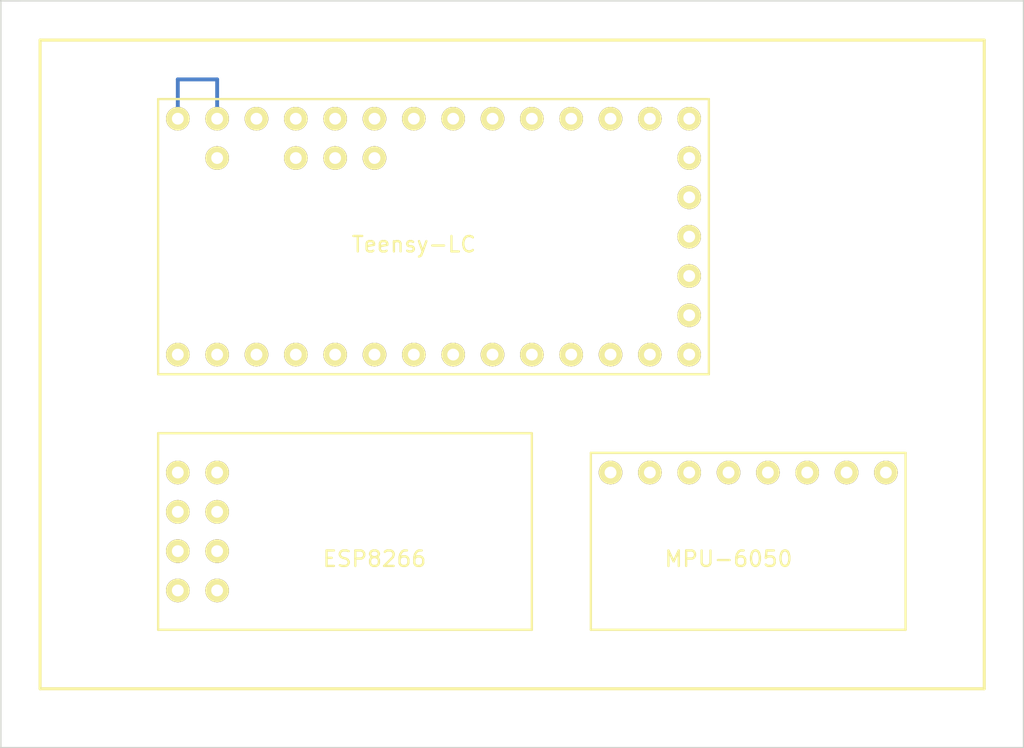
<source format=kicad_pcb>
(kicad_pcb (version 4) (host pcbnew 0.201503190816+5525~22~ubuntu14.10.1-product)

  (general
    (links 0)
    (no_connects 0)
    (area 25.349999 35.509999 91.490001 83.870001)
    (thickness 1.6)
    (drawings 9)
    (tracks 3)
    (zones 0)
    (modules 3)
    (nets 1)
  )

  (page A4)
  (layers
    (0 F.Cu signal)
    (31 B.Cu signal)
    (32 B.Adhes user)
    (33 F.Adhes user)
    (34 B.Paste user)
    (35 F.Paste user)
    (36 B.SilkS user)
    (37 F.SilkS user)
    (38 B.Mask user)
    (39 F.Mask user)
    (40 Dwgs.User user)
    (41 Cmts.User user)
    (42 Eco1.User user)
    (43 Eco2.User user)
    (44 Edge.Cuts user)
    (45 Margin user)
    (46 B.CrtYd user)
    (47 F.CrtYd user)
    (48 B.Fab user)
    (49 F.Fab user)
  )

  (setup
    (last_trace_width 0.25)
    (trace_clearance 0.2)
    (zone_clearance 0.508)
    (zone_45_only no)
    (trace_min 0.2)
    (segment_width 0.2)
    (edge_width 0.1)
    (via_size 0.6)
    (via_drill 0.4)
    (via_min_size 0.4)
    (via_min_drill 0.3)
    (uvia_size 0.3)
    (uvia_drill 0.1)
    (uvias_allowed no)
    (uvia_min_size 0.2)
    (uvia_min_drill 0.1)
    (pcb_text_width 0.3)
    (pcb_text_size 1.5 1.5)
    (mod_edge_width 0.15)
    (mod_text_size 1 1)
    (mod_text_width 0.15)
    (pad_size 1.5 1.5)
    (pad_drill 0.6)
    (pad_to_mask_clearance 0)
    (aux_axis_origin 0 0)
    (visible_elements FFFFFF7F)
    (pcbplotparams
      (layerselection 0x010f0_80000001)
      (usegerberextensions true)
      (excludeedgelayer true)
      (linewidth 0.100000)
      (plotframeref false)
      (viasonmask false)
      (mode 1)
      (useauxorigin false)
      (hpglpennumber 1)
      (hpglpenspeed 20)
      (hpglpendiameter 15)
      (hpglpenoverlay 2)
      (psnegative false)
      (psa4output false)
      (plotreference true)
      (plotvalue true)
      (plotinvisibletext false)
      (padsonsilk false)
      (subtractmaskfromsilk false)
      (outputformat 1)
      (mirror false)
      (drillshape 0)
      (scaleselection 1)
      (outputdirectory /tmp/w))
  )

  (net 0 "")

  (net_class Default "This is the default net class."
    (clearance 0.2)
    (trace_width 0.25)
    (via_dia 0.6)
    (via_drill 0.4)
    (uvia_dia 0.3)
    (uvia_drill 0.1)
  )

  (module modules:ESP8266 (layer F.Cu) (tedit 550D4815) (tstamp 550B9FE4)
    (at 49.53 71.12)
    (fp_text reference ESP8266 (at 0 0.5) (layer F.SilkS)
      (effects (font (size 1 1) (thickness 0.15)))
    )
    (fp_text value ESP8266 (at 0 -0.5) (layer F.Fab)
      (effects (font (size 1 1) (thickness 0.15)))
    )
    (fp_line (start -13.97 5.08) (end -13.97 -7.62) (layer F.SilkS) (width 0.15))
    (fp_line (start -13.97 -7.62) (end 10.16 -7.62) (layer F.SilkS) (width 0.15))
    (fp_line (start 10.16 -7.62) (end 10.16 5.08) (layer F.SilkS) (width 0.15))
    (fp_line (start 10.16 5.08) (end -13.97 5.08) (layer F.SilkS) (width 0.15))
    (pad 1 thru_hole circle (at -12.7 -5.08) (size 1.524 1.524) (drill 0.762) (layers *.Cu *.Mask F.SilkS))
    (pad 2 thru_hole circle (at -12.7 -2.54) (size 1.524 1.524) (drill 0.762) (layers *.Cu *.Mask F.SilkS))
    (pad 3 thru_hole circle (at -12.7 2.54) (size 1.524 1.524) (drill 0.762) (layers *.Cu *.Mask F.SilkS))
    (pad 5 thru_hole circle (at -12.7 0) (size 1.524 1.524) (drill 0.762) (layers *.Cu *.Mask F.SilkS))
    (pad 6 thru_hole circle (at -10.16 2.54) (size 1.524 1.524) (drill 0.762) (layers *.Cu *.Mask F.SilkS))
    (pad 7 thru_hole circle (at -10.16 0) (size 1.524 1.524) (drill 0.762) (layers *.Cu *.Mask F.SilkS))
    (pad 8 thru_hole circle (at -10.16 -2.54) (size 1.524 1.524) (drill 0.762) (layers *.Cu *.Mask F.SilkS))
    (pad 9 thru_hole circle (at -10.16 -5.08) (size 1.524 1.524) (drill 0.762) (layers *.Cu *.Mask F.SilkS))
  )

  (module modules:MPU6050 (layer F.Cu) (tedit 550D481E) (tstamp 550BA226)
    (at 72.39 71.12)
    (fp_text reference MPU-6050 (at 0 0.5) (layer F.SilkS)
      (effects (font (size 1 1) (thickness 0.15)))
    )
    (fp_text value MPU6050 (at 0 -0.5) (layer F.Fab)
      (effects (font (size 1 1) (thickness 0.15)))
    )
    (fp_line (start -8.89 -6.35) (end 11.43 -6.35) (layer F.SilkS) (width 0.15))
    (fp_line (start 11.43 -6.35) (end 11.43 5.08) (layer F.SilkS) (width 0.15))
    (fp_line (start 11.43 5.08) (end -8.89 5.08) (layer F.SilkS) (width 0.15))
    (fp_line (start -8.89 5.08) (end -8.89 -6.35) (layer F.SilkS) (width 0.15))
    (pad 1 thru_hole circle (at -7.62 -5.08) (size 1.524 1.524) (drill 0.762) (layers *.Cu *.Mask F.SilkS))
    (pad 2 thru_hole circle (at -5.08 -5.08) (size 1.524 1.524) (drill 0.762) (layers *.Cu *.Mask F.SilkS))
    (pad 3 thru_hole circle (at -2.54 -5.08) (size 1.524 1.524) (drill 0.762) (layers *.Cu *.Mask F.SilkS))
    (pad 4 thru_hole circle (at 0 -5.08) (size 1.524 1.524) (drill 0.762) (layers *.Cu *.Mask F.SilkS))
    (pad 5 thru_hole circle (at 2.54 -5.08) (size 1.524 1.524) (drill 0.762) (layers *.Cu *.Mask F.SilkS))
    (pad 6 thru_hole circle (at 5.08 -5.08) (size 1.524 1.524) (drill 0.762) (layers *.Cu *.Mask F.SilkS))
    (pad 7 thru_hole circle (at 7.62 -5.08) (size 1.524 1.524) (drill 0.762) (layers *.Cu *.Mask F.SilkS))
    (pad 8 thru_hole circle (at 10.16 -5.08) (size 1.524 1.524) (drill 0.762) (layers *.Cu *.Mask F.SilkS))
  )

  (module modules:Teensy-LC (layer F.Cu) (tedit 550D480C) (tstamp 550BA388)
    (at 52.07 50.8)
    (fp_text reference Teensy-LC (at 0 0.5) (layer F.SilkS)
      (effects (font (size 1 1) (thickness 0.15)))
    )
    (fp_text value Teensy-LC (at 0 -0.5) (layer F.Fab)
      (effects (font (size 1 1) (thickness 0.15)))
    )
    (fp_line (start -16.51 -8.89) (end 19.05 -8.89) (layer F.SilkS) (width 0.15))
    (fp_line (start 19.05 -8.89) (end 19.05 8.89) (layer F.SilkS) (width 0.15))
    (fp_line (start 19.05 8.89) (end -16.51 8.89) (layer F.SilkS) (width 0.15))
    (fp_line (start -16.51 8.89) (end -16.51 -8.89) (layer F.SilkS) (width 0.15))
    (pad 5v thru_hole circle (at -15.24 -7.62) (size 1.524 1.524) (drill 0.762) (layers *.Cu *.Mask F.SilkS))
    (pad GND thru_hole circle (at -15.24 7.62) (size 1.524 1.524) (drill 0.762) (layers *.Cu *.Mask F.SilkS))
    (pad 0 thru_hole circle (at -12.7 7.62) (size 1.524 1.524) (drill 0.762) (layers *.Cu *.Mask F.SilkS))
    (pad 1 thru_hole circle (at -10.16 7.62) (size 1.524 1.524) (drill 0.762) (layers *.Cu *.Mask F.SilkS))
    (pad 2 thru_hole circle (at -7.62 7.62) (size 1.524 1.524) (drill 0.762) (layers *.Cu *.Mask F.SilkS))
    (pad 3 thru_hole circle (at -5.08 7.62) (size 1.524 1.524) (drill 0.762) (layers *.Cu *.Mask F.SilkS))
    (pad 4 thru_hole circle (at -2.54 7.62) (size 1.524 1.524) (drill 0.762) (layers *.Cu *.Mask F.SilkS))
    (pad 13 thru_hole circle (at 0 7.62) (size 1.524 1.524) (drill 0.762) (layers *.Cu *.Mask F.SilkS))
    (pad 14 thru_hole circle (at 2.54 7.62) (size 1.524 1.524) (drill 0.762) (layers *.Cu *.Mask F.SilkS))
    (pad 15 thru_hole circle (at 5.08 7.62) (size 1.524 1.524) (drill 0.762) (layers *.Cu *.Mask F.SilkS))
    (pad 16 thru_hole circle (at 7.62 7.62) (size 1.524 1.524) (drill 0.762) (layers *.Cu *.Mask F.SilkS))
    (pad 17 thru_hole circle (at 10.16 7.62) (size 1.524 1.524) (drill 0.762) (layers *.Cu *.Mask F.SilkS))
    (pad 18 thru_hole circle (at 12.7 7.62) (size 1.524 1.524) (drill 0.762) (layers *.Cu *.Mask F.SilkS))
    (pad 19 thru_hole circle (at 15.24 7.62) (size 1.524 1.524) (drill 0.762) (layers *.Cu *.Mask F.SilkS))
    (pad 20 thru_hole circle (at 17.78 7.62) (size 1.524 1.524) (drill 0.762) (layers *.Cu *.Mask F.SilkS))
    (pad GND thru_hole circle (at -12.7 -7.62) (size 1.524 1.524) (drill 0.762) (layers *.Cu *.Mask F.SilkS))
    (pad 3.3v thru_hole circle (at -10.16 -7.62) (size 1.524 1.524) (drill 0.762) (layers *.Cu *.Mask F.SilkS))
    (pad 23 thru_hole circle (at -7.62 -7.62) (size 1.524 1.524) (drill 0.762) (layers *.Cu *.Mask F.SilkS))
    (pad 24 thru_hole circle (at -5.08 -7.62) (size 1.524 1.524) (drill 0.762) (layers *.Cu *.Mask F.SilkS))
    (pad 25 thru_hole circle (at -2.54 -7.62) (size 1.524 1.524) (drill 0.762) (layers *.Cu *.Mask F.SilkS))
    (pad 26 thru_hole circle (at 0 -7.62) (size 1.524 1.524) (drill 0.762) (layers *.Cu *.Mask F.SilkS))
    (pad 27 thru_hole circle (at 2.54 -7.62) (size 1.524 1.524) (drill 0.762) (layers *.Cu *.Mask F.SilkS))
    (pad 28 thru_hole circle (at 5.08 -7.62) (size 1.524 1.524) (drill 0.762) (layers *.Cu *.Mask F.SilkS))
    (pad 29 thru_hole circle (at 7.62 -7.62) (size 1.524 1.524) (drill 0.762) (layers *.Cu *.Mask F.SilkS))
    (pad 30 thru_hole circle (at 10.16 -7.62) (size 1.524 1.524) (drill 0.762) (layers *.Cu *.Mask F.SilkS))
    (pad 31 thru_hole circle (at 12.7 -7.62) (size 1.524 1.524) (drill 0.762) (layers *.Cu *.Mask F.SilkS))
    (pad 32 thru_hole circle (at 15.24 -7.62) (size 1.524 1.524) (drill 0.762) (layers *.Cu *.Mask F.SilkS))
    (pad 33 thru_hole circle (at 17.78 -7.62) (size 1.524 1.524) (drill 0.762) (layers *.Cu *.Mask F.SilkS))
    (pad 34 thru_hole circle (at 17.78 -5.08) (size 1.524 1.524) (drill 0.762) (layers *.Cu *.Mask F.SilkS))
    (pad 35 thru_hole circle (at 17.78 -2.54) (size 1.524 1.524) (drill 0.762) (layers *.Cu *.Mask F.SilkS))
    (pad GND thru_hole circle (at 17.78 0) (size 1.524 1.524) (drill 0.762) (layers *.Cu *.Mask F.SilkS))
    (pad 3.3v thru_hole circle (at 17.78 2.54) (size 1.524 1.524) (drill 0.762) (layers *.Cu *.Mask F.SilkS))
    (pad 38 thru_hole circle (at 17.78 5.08) (size 1.524 1.524) (drill 0.762) (layers *.Cu *.Mask F.SilkS))
    (pad 1 thru_hole circle (at -12.7 -5.08) (size 1.524 1.524) (drill 0.762) (layers *.Cu *.Mask F.SilkS))
    (pad 2 thru_hole circle (at -7.62 -5.08) (size 1.524 1.524) (drill 0.762) (layers *.Cu *.Mask F.SilkS))
    (pad 3 thru_hole circle (at -5.08 -5.08) (size 1.524 1.524) (drill 0.762) (layers *.Cu *.Mask F.SilkS))
    (pad 4 thru_hole circle (at -2.54 -5.08) (size 1.524 1.524) (drill 0.762) (layers *.Cu *.Mask F.SilkS))
  )

  (gr_line (start 25.4 35.56) (end 26.67 35.56) (angle 90) (layer Edge.Cuts) (width 0.1))
  (gr_line (start 25.4 83.82) (end 25.4 35.56) (angle 90) (layer Edge.Cuts) (width 0.1))
  (gr_line (start 91.44 83.82) (end 25.4 83.82) (angle 90) (layer Edge.Cuts) (width 0.1))
  (gr_line (start 91.44 35.56) (end 91.44 83.82) (angle 90) (layer Edge.Cuts) (width 0.1))
  (gr_line (start 25.4 35.56) (end 91.44 35.56) (angle 90) (layer Edge.Cuts) (width 0.1))
  (gr_line (start 88.9 38.1) (end 27.94 38.1) (angle 90) (layer F.SilkS) (width 0.2))
  (gr_line (start 88.9 80.01) (end 88.9 38.1) (angle 90) (layer F.SilkS) (width 0.2))
  (gr_line (start 27.94 80.01) (end 88.9 80.01) (angle 90) (layer F.SilkS) (width 0.2))
  (gr_line (start 27.94 38.1) (end 27.94 80.01) (angle 90) (layer F.SilkS) (width 0.2))

  (segment (start 36.83 40.64) (end 39.37 40.64) (width 0.25) (layer B.Cu) (net 0) (tstamp 550D41B2))
  (segment (start 39.37 40.64) (end 39.37 43.18) (width 0.25) (layer B.Cu) (net 0) (tstamp 550D41B7))
  (segment (start 36.83 43.18) (end 36.83 40.64) (width 0.25) (layer B.Cu) (net 0))

)

</source>
